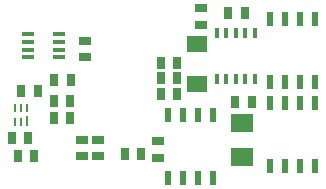
<source format=gbp>
G04 (created by PCBNEW (2013-may-18)-stable) date Mit 10 Dez 2014 20:04:28 UTC*
%MOIN*%
G04 Gerber Fmt 3.4, Leading zero omitted, Abs format*
%FSLAX34Y34*%
G01*
G70*
G90*
G04 APERTURE LIST*
%ADD10C,0.00590551*%
%ADD11R,0.0275591X0.0393701*%
%ADD12R,0.0393701X0.0275591*%
%ADD13R,0.0748X0.0629*%
%ADD14R,0.0393701X0.0177165*%
%ADD15R,0.0126X0.0339*%
%ADD16R,0.0708X0.0551*%
%ADD17R,0.02X0.045*%
%ADD18R,0.0110236X0.0295276*%
%ADD19R,0.0110236X0.0334646*%
G04 APERTURE END LIST*
G54D10*
G54D11*
X54448Y-37519D03*
X53897Y-37519D03*
X50334Y-38779D03*
X50885Y-38779D03*
G54D12*
X51377Y-37342D03*
X51377Y-36791D03*
G54D13*
X56600Y-40659D03*
X56600Y-39541D03*
G54D14*
X49488Y-36574D03*
X49488Y-36830D03*
X49488Y-37086D03*
X49488Y-37342D03*
X50511Y-37342D03*
X50511Y-37086D03*
X50511Y-36830D03*
X50511Y-36574D03*
G54D11*
X54448Y-38543D03*
X53897Y-38543D03*
X49685Y-40629D03*
X49133Y-40629D03*
X50885Y-39350D03*
X50334Y-39350D03*
X48937Y-40019D03*
X49488Y-40019D03*
G54D12*
X53799Y-40688D03*
X53799Y-40137D03*
G54D11*
X49251Y-38464D03*
X49803Y-38464D03*
X50354Y-38090D03*
X50905Y-38090D03*
G54D12*
X51259Y-40629D03*
X51259Y-40078D03*
X51791Y-40629D03*
X51791Y-40078D03*
G54D11*
X53248Y-40551D03*
X52696Y-40551D03*
X54448Y-38031D03*
X53897Y-38031D03*
X56692Y-35866D03*
X56141Y-35866D03*
X56377Y-38818D03*
X56929Y-38818D03*
G54D15*
X55770Y-36538D03*
X56085Y-36538D03*
X56400Y-36538D03*
X56715Y-36538D03*
X57030Y-36538D03*
X57030Y-38062D03*
X56715Y-38062D03*
X56400Y-38062D03*
X56085Y-38062D03*
X55770Y-38062D03*
G54D16*
X55118Y-36890D03*
X55118Y-38228D03*
G54D17*
X55650Y-39250D03*
X55650Y-41350D03*
X55150Y-39250D03*
X54650Y-39250D03*
X54150Y-39250D03*
X55150Y-41350D03*
X54650Y-41350D03*
X54150Y-41350D03*
X57550Y-38150D03*
X57550Y-36050D03*
X58050Y-38150D03*
X58550Y-38150D03*
X59050Y-38150D03*
X58050Y-36050D03*
X58550Y-36050D03*
X59050Y-36050D03*
X57550Y-40950D03*
X57550Y-38850D03*
X58050Y-40950D03*
X58550Y-40950D03*
X59050Y-40950D03*
X58050Y-38850D03*
X58550Y-38850D03*
X59050Y-38850D03*
G54D18*
X49251Y-39478D03*
X49055Y-39478D03*
G54D19*
X49448Y-39458D03*
G54D18*
X49055Y-39025D03*
X49251Y-39025D03*
X49448Y-39025D03*
G54D12*
X55236Y-36259D03*
X55236Y-35708D03*
M02*

</source>
